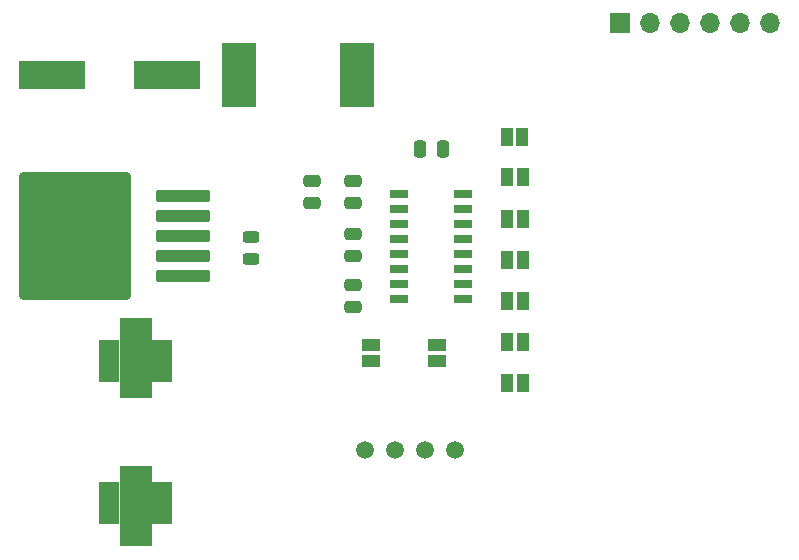
<source format=gbr>
%TF.GenerationSoftware,KiCad,Pcbnew,(7.0.0)*%
%TF.CreationDate,2024-02-26T20:32:27-08:00*%
%TF.ProjectId,Blutooth_Serial,426c7574-6f6f-4746-985f-53657269616c,rev?*%
%TF.SameCoordinates,Original*%
%TF.FileFunction,Soldermask,Top*%
%TF.FilePolarity,Negative*%
%FSLAX46Y46*%
G04 Gerber Fmt 4.6, Leading zero omitted, Abs format (unit mm)*
G04 Created by KiCad (PCBNEW (7.0.0)) date 2024-02-26 20:32:27*
%MOMM*%
%LPD*%
G01*
G04 APERTURE LIST*
G04 Aperture macros list*
%AMRoundRect*
0 Rectangle with rounded corners*
0 $1 Rounding radius*
0 $2 $3 $4 $5 $6 $7 $8 $9 X,Y pos of 4 corners*
0 Add a 4 corners polygon primitive as box body*
4,1,4,$2,$3,$4,$5,$6,$7,$8,$9,$2,$3,0*
0 Add four circle primitives for the rounded corners*
1,1,$1+$1,$2,$3*
1,1,$1+$1,$4,$5*
1,1,$1+$1,$6,$7*
1,1,$1+$1,$8,$9*
0 Add four rect primitives between the rounded corners*
20,1,$1+$1,$2,$3,$4,$5,0*
20,1,$1+$1,$4,$5,$6,$7,0*
20,1,$1+$1,$6,$7,$8,$9,0*
20,1,$1+$1,$8,$9,$2,$3,0*%
G04 Aperture macros list end*
%ADD10RoundRect,0.243750X0.456250X-0.243750X0.456250X0.243750X-0.456250X0.243750X-0.456250X-0.243750X0*%
%ADD11C,1.509000*%
%ADD12RoundRect,0.250000X2.050000X0.300000X-2.050000X0.300000X-2.050000X-0.300000X2.050000X-0.300000X0*%
%ADD13RoundRect,0.250002X4.449998X5.149998X-4.449998X5.149998X-4.449998X-5.149998X4.449998X-5.149998X0*%
%ADD14R,1.700000X3.600000*%
%ADD15R,2.800000X6.800000*%
%ADD16R,5.650000X2.350000*%
%ADD17RoundRect,0.250000X-0.475000X0.250000X-0.475000X-0.250000X0.475000X-0.250000X0.475000X0.250000X0*%
%ADD18RoundRect,0.250000X0.250000X0.475000X-0.250000X0.475000X-0.250000X-0.475000X0.250000X-0.475000X0*%
%ADD19R,1.700000X1.700000*%
%ADD20O,1.700000X1.700000*%
%ADD21R,1.000000X1.500000*%
%ADD22R,1.500000X1.000000*%
%ADD23R,1.525000X0.650000*%
%ADD24R,3.000000X5.494000*%
G04 APERTURE END LIST*
D10*
%TO.C,D1*%
X65278000Y-86027500D03*
X65278000Y-84152500D03*
%TD*%
D11*
%TO.C,J1*%
X74930000Y-102175000D03*
X77470000Y-102175000D03*
X80010000Y-102175000D03*
X82550000Y-102175000D03*
%TD*%
D12*
%TO.C,U1*%
X59557000Y-87455000D03*
X59557000Y-85755000D03*
X59557000Y-84055000D03*
D13*
X50407000Y-84055000D03*
D12*
X59557000Y-82355000D03*
X59557000Y-80655000D03*
%TD*%
D14*
%TO.C,C7*%
X53284999Y-106679999D03*
D15*
X55534999Y-106979999D03*
D14*
X57784999Y-106679999D03*
X53284999Y-94679999D03*
D15*
X55534999Y-94379999D03*
D14*
X57784999Y-94679999D03*
%TD*%
D16*
%TO.C,C1*%
X58189999Y-70484999D03*
X48489999Y-70484999D03*
%TD*%
D17*
%TO.C,C3*%
X70485000Y-79380000D03*
X70485000Y-81280000D03*
%TD*%
%TO.C,C4*%
X73914000Y-79380000D03*
X73914000Y-81280000D03*
%TD*%
%TO.C,C5*%
X73914000Y-83886000D03*
X73914000Y-85786000D03*
%TD*%
%TO.C,C6*%
X73914000Y-88204000D03*
X73914000Y-90104000D03*
%TD*%
D18*
%TO.C,C2*%
X81534000Y-76708000D03*
X79634000Y-76708000D03*
%TD*%
D19*
%TO.C,IC1*%
X96519999Y-66039999D03*
D20*
X99059999Y-66039999D03*
X101599999Y-66039999D03*
X104139999Y-66039999D03*
X106679999Y-66039999D03*
X109219999Y-66039999D03*
%TD*%
D21*
%TO.C,JP2*%
X87009999Y-79120999D03*
X88309999Y-79120999D03*
%TD*%
D22*
%TO.C,JP7*%
X75437999Y-93329999D03*
X75437999Y-94629999D03*
%TD*%
D21*
%TO.C,JP3*%
X87009999Y-82600799D03*
X88309999Y-82600799D03*
%TD*%
D22*
%TO.C,JP8*%
X81025999Y-93329999D03*
X81025999Y-94629999D03*
%TD*%
D21*
%TO.C,JP5*%
X88309999Y-89560399D03*
X87009999Y-89560399D03*
%TD*%
%TO.C,JP6*%
X87009999Y-93040199D03*
X88309999Y-93040199D03*
%TD*%
%TO.C,JP4*%
X88309999Y-86080599D03*
X87009999Y-86080599D03*
%TD*%
%TO.C,JP9*%
X88309999Y-96519999D03*
X87009999Y-96519999D03*
%TD*%
%TO.C,JP1*%
X86979999Y-75691999D03*
X88279999Y-75691999D03*
%TD*%
D23*
%TO.C,U2*%
X77805999Y-80517999D03*
X77805999Y-81787999D03*
X77805999Y-83057999D03*
X77805999Y-84327999D03*
X77805999Y-85597999D03*
X77805999Y-86867999D03*
X77805999Y-88137999D03*
X77805999Y-89407999D03*
X83229999Y-89407999D03*
X83229999Y-88137999D03*
X83229999Y-86867999D03*
X83229999Y-85597999D03*
X83229999Y-84327999D03*
X83229999Y-83057999D03*
X83229999Y-81787999D03*
X83229999Y-80517999D03*
%TD*%
D24*
%TO.C,L1*%
X64294999Y-70484999D03*
X74294999Y-70484999D03*
%TD*%
M02*

</source>
